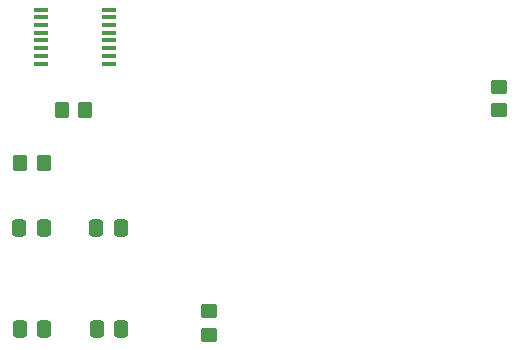
<source format=gbr>
%TF.GenerationSoftware,KiCad,Pcbnew,9.0.6*%
%TF.CreationDate,2026-02-28T12:54:14-08:00*%
%TF.ProjectId,display,64697370-6c61-4792-9e6b-696361645f70,rev?*%
%TF.SameCoordinates,Original*%
%TF.FileFunction,Paste,Top*%
%TF.FilePolarity,Positive*%
%FSLAX46Y46*%
G04 Gerber Fmt 4.6, Leading zero omitted, Abs format (unit mm)*
G04 Created by KiCad (PCBNEW 9.0.6) date 2026-02-28 12:54:14*
%MOMM*%
%LPD*%
G01*
G04 APERTURE LIST*
G04 Aperture macros list*
%AMRoundRect*
0 Rectangle with rounded corners*
0 $1 Rounding radius*
0 $2 $3 $4 $5 $6 $7 $8 $9 X,Y pos of 4 corners*
0 Add a 4 corners polygon primitive as box body*
4,1,4,$2,$3,$4,$5,$6,$7,$8,$9,$2,$3,0*
0 Add four circle primitives for the rounded corners*
1,1,$1+$1,$2,$3*
1,1,$1+$1,$4,$5*
1,1,$1+$1,$6,$7*
1,1,$1+$1,$8,$9*
0 Add four rect primitives between the rounded corners*
20,1,$1+$1,$2,$3,$4,$5,0*
20,1,$1+$1,$4,$5,$6,$7,0*
20,1,$1+$1,$6,$7,$8,$9,0*
20,1,$1+$1,$8,$9,$2,$3,0*%
G04 Aperture macros list end*
%ADD10R,1.168400X0.304800*%
%ADD11RoundRect,0.250000X0.450000X-0.350000X0.450000X0.350000X-0.450000X0.350000X-0.450000X-0.350000X0*%
%ADD12RoundRect,0.250000X-0.450000X0.350000X-0.450000X-0.350000X0.450000X-0.350000X0.450000X0.350000X0*%
%ADD13RoundRect,0.250000X0.350000X0.450000X-0.350000X0.450000X-0.350000X-0.450000X0.350000X-0.450000X0*%
%ADD14RoundRect,0.250000X-0.350000X-0.450000X0.350000X-0.450000X0.350000X0.450000X-0.350000X0.450000X0*%
%ADD15RoundRect,0.250000X0.337500X0.475000X-0.337500X0.475000X-0.337500X-0.475000X0.337500X-0.475000X0*%
%ADD16RoundRect,0.250000X-0.337500X-0.475000X0.337500X-0.475000X0.337500X0.475000X-0.337500X0.475000X0*%
G04 APERTURE END LIST*
D10*
%TO.C,U1*%
X121259600Y-81500000D03*
X121259600Y-82149998D03*
X121259600Y-82800000D03*
X121259600Y-83449998D03*
X121259600Y-84099997D03*
X121259600Y-84749998D03*
X121259600Y-85399997D03*
X121259600Y-86049998D03*
X127000000Y-86049998D03*
X127000000Y-85400000D03*
X127000000Y-84749998D03*
X127000000Y-84100000D03*
X127000000Y-83450001D03*
X127000000Y-82800000D03*
X127000000Y-82150001D03*
X127000000Y-81500000D03*
%TD*%
D11*
%TO.C,R4*%
X160000000Y-90000000D03*
X160000000Y-88000000D03*
%TD*%
D12*
%TO.C,R3*%
X135500000Y-107000000D03*
X135500000Y-109000000D03*
%TD*%
D13*
%TO.C,R2*%
X125000000Y-90000000D03*
X123000000Y-90000000D03*
%TD*%
D14*
%TO.C,R1*%
X119500000Y-94500000D03*
X121500000Y-94500000D03*
%TD*%
D15*
%TO.C,C4*%
X121537500Y-108500000D03*
X119462500Y-108500000D03*
%TD*%
D16*
%TO.C,C3*%
X125962500Y-108500000D03*
X128037500Y-108500000D03*
%TD*%
D15*
%TO.C,C2*%
X128000000Y-100000000D03*
X125925000Y-100000000D03*
%TD*%
%TO.C,C1*%
X121500000Y-100000000D03*
X119425000Y-100000000D03*
%TD*%
M02*

</source>
